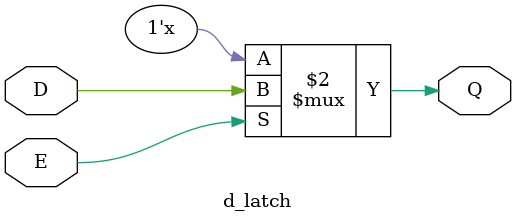
<source format=v>
module d_latch(D, E, Q);
    input D, E;          // D is data input, E is enable signal
    output reg Q;        // Q is the output

    always @(*) begin
        if (E)           // When Enable is high
            Q <= D;      // Latch the value of D
    end
endmodule

</source>
